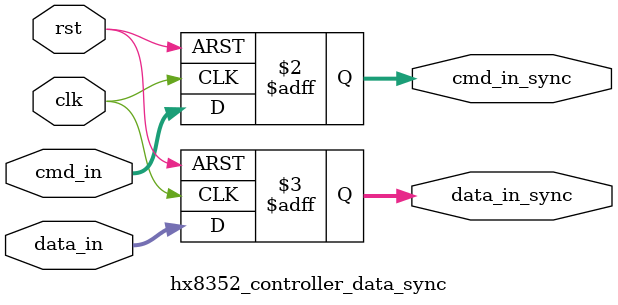
<source format=v>
module hx8352_controller_data_sync(
	input  clk,
	input  rst,
	input  [7:0]  cmd_in,
	input  [15:0] data_in, 
	output reg [7:0] cmd_in_sync,
	output reg [15:0] data_in_sync
);
	
always @(posedge clk or posedge rst) begin
	if(rst) begin
		cmd_in_sync <= 0;
		data_in_sync <= 0;
	end else begin
		cmd_in_sync <= cmd_in;
		data_in_sync <= data_in;
	end
end
endmodule 

</source>
